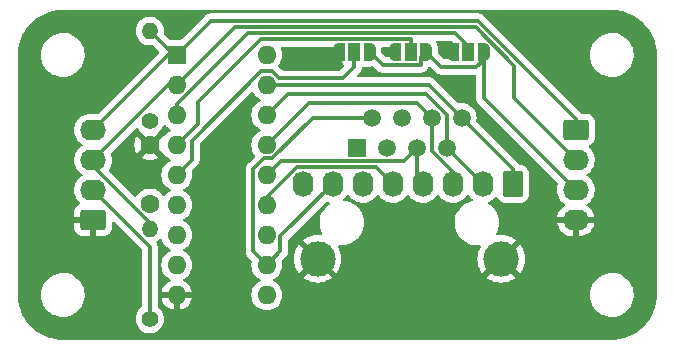
<source format=gtl>
G04 #@! TF.GenerationSoftware,KiCad,Pcbnew,7.0.1*
G04 #@! TF.CreationDate,2023-07-05T13:46:03-05:00*
G04 #@! TF.ProjectId,MCP23008 Keypad Breakout,4d435032-3330-4303-9820-4b6579706164,rev?*
G04 #@! TF.SameCoordinates,Original*
G04 #@! TF.FileFunction,Copper,L1,Top*
G04 #@! TF.FilePolarity,Positive*
%FSLAX46Y46*%
G04 Gerber Fmt 4.6, Leading zero omitted, Abs format (unit mm)*
G04 Created by KiCad (PCBNEW 7.0.1) date 2023-07-05 13:46:03*
%MOMM*%
%LPD*%
G01*
G04 APERTURE LIST*
G04 Aperture macros list*
%AMRoundRect*
0 Rectangle with rounded corners*
0 $1 Rounding radius*
0 $2 $3 $4 $5 $6 $7 $8 $9 X,Y pos of 4 corners*
0 Add a 4 corners polygon primitive as box body*
4,1,4,$2,$3,$4,$5,$6,$7,$8,$9,$2,$3,0*
0 Add four circle primitives for the rounded corners*
1,1,$1+$1,$2,$3*
1,1,$1+$1,$4,$5*
1,1,$1+$1,$6,$7*
1,1,$1+$1,$8,$9*
0 Add four rect primitives between the rounded corners*
20,1,$1+$1,$2,$3,$4,$5,0*
20,1,$1+$1,$4,$5,$6,$7,0*
20,1,$1+$1,$6,$7,$8,$9,0*
20,1,$1+$1,$8,$9,$2,$3,0*%
%AMFreePoly0*
4,1,19,0.550000,-0.750000,0.000000,-0.750000,0.000000,-0.744911,-0.071157,-0.744911,-0.207708,-0.704816,-0.327430,-0.627875,-0.420627,-0.520320,-0.479746,-0.390866,-0.500000,-0.250000,-0.500000,0.250000,-0.479746,0.390866,-0.420627,0.520320,-0.327430,0.627875,-0.207708,0.704816,-0.071157,0.744911,0.000000,0.744911,0.000000,0.750000,0.550000,0.750000,0.550000,-0.750000,0.550000,-0.750000,
$1*%
%AMFreePoly1*
4,1,19,0.000000,0.744911,0.071157,0.744911,0.207708,0.704816,0.327430,0.627875,0.420627,0.520320,0.479746,0.390866,0.500000,0.250000,0.500000,-0.250000,0.479746,-0.390866,0.420627,-0.520320,0.327430,-0.627875,0.207708,-0.704816,0.071157,-0.744911,0.000000,-0.744911,0.000000,-0.750000,-0.550000,-0.750000,-0.550000,0.750000,0.000000,0.750000,0.000000,0.744911,0.000000,0.744911,
$1*%
G04 Aperture macros list end*
G04 #@! TA.AperFunction,ComponentPad*
%ADD10RoundRect,0.250000X-0.845000X0.620000X-0.845000X-0.620000X0.845000X-0.620000X0.845000X0.620000X0*%
G04 #@! TD*
G04 #@! TA.AperFunction,ComponentPad*
%ADD11O,2.190000X1.740000*%
G04 #@! TD*
G04 #@! TA.AperFunction,ComponentPad*
%ADD12RoundRect,0.250000X0.620000X0.845000X-0.620000X0.845000X-0.620000X-0.845000X0.620000X-0.845000X0*%
G04 #@! TD*
G04 #@! TA.AperFunction,ComponentPad*
%ADD13O,1.740000X2.190000*%
G04 #@! TD*
G04 #@! TA.AperFunction,SMDPad,CuDef*
%ADD14FreePoly0,0.000000*%
G04 #@! TD*
G04 #@! TA.AperFunction,SMDPad,CuDef*
%ADD15R,1.000000X1.500000*%
G04 #@! TD*
G04 #@! TA.AperFunction,SMDPad,CuDef*
%ADD16FreePoly1,0.000000*%
G04 #@! TD*
G04 #@! TA.AperFunction,ComponentPad*
%ADD17C,1.400000*%
G04 #@! TD*
G04 #@! TA.AperFunction,ComponentPad*
%ADD18O,1.400000X1.400000*%
G04 #@! TD*
G04 #@! TA.AperFunction,ComponentPad*
%ADD19RoundRect,0.250000X0.845000X-0.620000X0.845000X0.620000X-0.845000X0.620000X-0.845000X-0.620000X0*%
G04 #@! TD*
G04 #@! TA.AperFunction,ComponentPad*
%ADD20R,1.500000X1.500000*%
G04 #@! TD*
G04 #@! TA.AperFunction,ComponentPad*
%ADD21C,1.500000*%
G04 #@! TD*
G04 #@! TA.AperFunction,ComponentPad*
%ADD22C,3.000000*%
G04 #@! TD*
G04 #@! TA.AperFunction,ComponentPad*
%ADD23R,1.600000X1.600000*%
G04 #@! TD*
G04 #@! TA.AperFunction,ComponentPad*
%ADD24O,1.600000X1.600000*%
G04 #@! TD*
G04 #@! TA.AperFunction,ComponentPad*
%ADD25C,1.600000*%
G04 #@! TD*
G04 #@! TA.AperFunction,ViaPad*
%ADD26C,0.800000*%
G04 #@! TD*
G04 #@! TA.AperFunction,Conductor*
%ADD27C,0.300000*%
G04 #@! TD*
G04 APERTURE END LIST*
D10*
X170688000Y-115570000D03*
D11*
X170688000Y-118110000D03*
X170688000Y-120650000D03*
X170688000Y-123190000D03*
D12*
X165354000Y-120142000D03*
D13*
X162814000Y-120142000D03*
X160274000Y-120142000D03*
X157734000Y-120142000D03*
X155194000Y-120142000D03*
X152654000Y-120142000D03*
X150114000Y-120142000D03*
X147574000Y-120142000D03*
D14*
X160274000Y-108966000D03*
D15*
X161574000Y-108966000D03*
D16*
X162874000Y-108966000D03*
D17*
X134620000Y-131572000D03*
D18*
X134620000Y-123952000D03*
D14*
X150622000Y-108966000D03*
D15*
X151922000Y-108966000D03*
D16*
X153222000Y-108966000D03*
D19*
X129814000Y-123190000D03*
D11*
X129814000Y-120650000D03*
X129814000Y-118110000D03*
X129814000Y-115570000D03*
D20*
X152146000Y-117094000D03*
D21*
X153416000Y-114554000D03*
X154686000Y-117094000D03*
X155956000Y-114554000D03*
X157226000Y-117094000D03*
X158496000Y-114554000D03*
X159766000Y-117094000D03*
X161036000Y-114554000D03*
D22*
X148821000Y-126494000D03*
X164361000Y-126494000D03*
D17*
X134620000Y-114808000D03*
D18*
X134620000Y-107188000D03*
D14*
X155418000Y-108966000D03*
D15*
X156718000Y-108966000D03*
D16*
X158018000Y-108966000D03*
D23*
X136906000Y-109220000D03*
D24*
X136906000Y-111760000D03*
X136906000Y-114300000D03*
X136906000Y-116840000D03*
X136906000Y-119380000D03*
X136906000Y-121920000D03*
X136906000Y-124460000D03*
X136906000Y-127000000D03*
X136906000Y-129540000D03*
X144526000Y-129540000D03*
X144526000Y-127000000D03*
X144526000Y-124460000D03*
X144526000Y-121920000D03*
X144526000Y-119380000D03*
X144526000Y-116840000D03*
X144526000Y-114300000D03*
X144526000Y-111760000D03*
X144526000Y-109220000D03*
D25*
X134620000Y-121840000D03*
X134620000Y-116840000D03*
D26*
X153222000Y-108966000D03*
X132334000Y-117602000D03*
X160274000Y-108966000D03*
X150622000Y-108966000D03*
X155448000Y-108966000D03*
D27*
X170688000Y-120650000D02*
X162874000Y-112836000D01*
X158018000Y-108966000D02*
X159288000Y-110236000D01*
X157568000Y-109416000D02*
X158018000Y-108966000D01*
X157568000Y-110066000D02*
X157568000Y-109416000D01*
X155418000Y-108966000D02*
X155448000Y-108966000D01*
X161036000Y-114554000D02*
X165354000Y-118872000D01*
X158242000Y-111760000D02*
X161036000Y-114554000D01*
X144526000Y-111760000D02*
X158242000Y-111760000D01*
X165354000Y-118872000D02*
X165354000Y-120142000D01*
X159766000Y-114268365D02*
X159766000Y-117094000D01*
X158019635Y-112522000D02*
X159766000Y-114268365D01*
X159766000Y-117094000D02*
X162814000Y-120142000D01*
X144526000Y-114300000D02*
X146304000Y-112522000D01*
X146304000Y-112522000D02*
X158019635Y-112522000D01*
X157226000Y-113284000D02*
X158496000Y-114554000D01*
X148082000Y-113284000D02*
X157226000Y-113284000D01*
X158496000Y-114554000D02*
X158496000Y-117379635D01*
X158496000Y-117379635D02*
X160274000Y-119157635D01*
X144526000Y-116840000D02*
X148082000Y-113284000D01*
X160274000Y-119157635D02*
X160274000Y-120142000D01*
X157226000Y-117094000D02*
X157226000Y-119634000D01*
X157226000Y-119634000D02*
X157734000Y-120142000D01*
X145712000Y-118194000D02*
X156126000Y-118194000D01*
X156126000Y-118194000D02*
X157226000Y-117094000D01*
X144526000Y-119380000D02*
X145712000Y-118194000D01*
X147071659Y-118694000D02*
X153746000Y-118694000D01*
X153746000Y-118694000D02*
X155194000Y-120142000D01*
X144526000Y-121920000D02*
X144526000Y-121239659D01*
X144526000Y-121239659D02*
X147071659Y-118694000D01*
X145002346Y-117990000D02*
X148438346Y-114554000D01*
X143376000Y-125850000D02*
X143376000Y-118903654D01*
X145676000Y-124580000D02*
X150114000Y-120142000D01*
X148438346Y-114554000D02*
X153416000Y-114554000D01*
X144526000Y-127000000D02*
X145676000Y-125850000D01*
X143376000Y-118903654D02*
X144289654Y-117990000D01*
X144526000Y-127000000D02*
X143376000Y-125850000D01*
X145676000Y-125850000D02*
X145676000Y-124580000D01*
X144289654Y-117990000D02*
X145002346Y-117990000D01*
X136906000Y-109220000D02*
X136652000Y-109220000D01*
X139760000Y-106366000D02*
X136906000Y-109220000D01*
X136906000Y-109220000D02*
X136164000Y-109220000D01*
X162433189Y-106366000D02*
X139760000Y-106366000D01*
X170688000Y-115570000D02*
X170688000Y-114620811D01*
X136652000Y-109220000D02*
X134620000Y-107188000D01*
X136164000Y-109220000D02*
X129814000Y-115570000D01*
X170688000Y-114620811D02*
X162433189Y-106366000D01*
X165488000Y-112910000D02*
X170688000Y-118110000D01*
X134620000Y-123466346D02*
X134620000Y-123952000D01*
X136164000Y-111760000D02*
X136906000Y-111760000D01*
X165488000Y-110127918D02*
X165488000Y-112910000D01*
X136906000Y-111760000D02*
X141800000Y-106866000D01*
X129814000Y-118110000D02*
X129814000Y-118660346D01*
X129814000Y-118660346D02*
X134620000Y-123466346D01*
X141800000Y-106866000D02*
X162226082Y-106866000D01*
X162226082Y-106866000D02*
X165488000Y-110127918D01*
X129814000Y-118110000D02*
X136164000Y-111760000D01*
X144049654Y-110610000D02*
X138176000Y-116483654D01*
X145593173Y-111200827D02*
X145002346Y-110610000D01*
X150982149Y-111200827D02*
X151922000Y-110260976D01*
X151922000Y-110260976D02*
X151922000Y-108966000D01*
X145002346Y-110610000D02*
X144049654Y-110610000D01*
X138176000Y-118110000D02*
X136906000Y-119380000D01*
X138176000Y-116483654D02*
X138176000Y-118110000D01*
X145593173Y-111200827D02*
X150982149Y-111200827D01*
X162874000Y-108966000D02*
X162874000Y-109616000D01*
X162254000Y-110236000D02*
X159288000Y-110236000D01*
X134620000Y-125456000D02*
X134620000Y-131572000D01*
X154322000Y-110066000D02*
X153222000Y-108966000D01*
X162874000Y-109616000D02*
X162254000Y-110236000D01*
X162874000Y-112836000D02*
X162874000Y-108966000D01*
X157568000Y-110066000D02*
X154322000Y-110066000D01*
X129814000Y-120650000D02*
X134620000Y-125456000D01*
X138684000Y-115062000D02*
X138684000Y-113195654D01*
X156668000Y-107866000D02*
X156718000Y-107916000D01*
X138684000Y-113195654D02*
X144013654Y-107866000D01*
X144013654Y-107866000D02*
X156668000Y-107866000D01*
X136906000Y-116840000D02*
X138684000Y-115062000D01*
X156718000Y-107916000D02*
X156718000Y-108966000D01*
X160468976Y-107366000D02*
X142926346Y-107366000D01*
X161574000Y-108966000D02*
X161574000Y-108471024D01*
X142926346Y-107366000D02*
X136906000Y-113386346D01*
X136906000Y-113386346D02*
X136906000Y-114300000D01*
X161574000Y-108471024D02*
X160468976Y-107366000D01*
G04 #@! TA.AperFunction,Conductor*
G36*
X135897248Y-115153592D02*
G01*
X135952374Y-115185560D01*
X136010342Y-115243528D01*
X136066863Y-115300049D01*
X136234838Y-115417665D01*
X136253266Y-115430568D01*
X136311275Y-115457618D01*
X136363450Y-115503375D01*
X136382869Y-115570000D01*
X136363450Y-115636625D01*
X136311275Y-115682382D01*
X136253263Y-115709433D01*
X136066859Y-115839953D01*
X135905955Y-116000857D01*
X135860076Y-116066380D01*
X135810906Y-116107638D01*
X135747694Y-116118784D01*
X135699025Y-116114526D01*
X134973553Y-116840000D01*
X134973553Y-116840001D01*
X135699025Y-117565472D01*
X135747692Y-117561214D01*
X135810904Y-117572360D01*
X135860075Y-117613619D01*
X135905952Y-117679139D01*
X136066859Y-117840046D01*
X136202890Y-117935295D01*
X136253266Y-117970568D01*
X136311275Y-117997618D01*
X136363450Y-118043375D01*
X136382869Y-118110000D01*
X136363450Y-118176625D01*
X136311275Y-118222382D01*
X136253263Y-118249433D01*
X136066859Y-118379953D01*
X135905953Y-118540859D01*
X135775432Y-118727264D01*
X135679261Y-118933502D01*
X135620364Y-119153310D01*
X135600531Y-119379999D01*
X135620364Y-119606689D01*
X135679261Y-119826497D01*
X135775432Y-120032735D01*
X135905953Y-120219140D01*
X136066859Y-120380046D01*
X136202890Y-120475295D01*
X136253266Y-120510568D01*
X136311273Y-120537617D01*
X136363449Y-120583373D01*
X136382869Y-120649997D01*
X136363451Y-120716622D01*
X136311276Y-120762380D01*
X136253266Y-120789431D01*
X136066860Y-120919953D01*
X135905954Y-121080859D01*
X135892582Y-121099957D01*
X135848264Y-121138822D01*
X135791007Y-121152832D01*
X135733750Y-121138821D01*
X135689433Y-121099955D01*
X135620046Y-121000859D01*
X135459140Y-120839953D01*
X135272735Y-120709432D01*
X135066497Y-120613261D01*
X134846689Y-120554364D01*
X134620000Y-120534531D01*
X134393310Y-120554364D01*
X134173502Y-120613261D01*
X133967264Y-120709432D01*
X133780859Y-120839953D01*
X133619953Y-121000859D01*
X133483210Y-121196152D01*
X133481633Y-121195048D01*
X133454689Y-121228619D01*
X133400735Y-121252358D01*
X133341916Y-121248503D01*
X133291523Y-121217923D01*
X131155896Y-119082296D01*
X131125538Y-119032599D01*
X131121216Y-118974523D01*
X131143878Y-118920887D01*
X131210240Y-118831161D01*
X131315270Y-118622847D01*
X131383583Y-118399780D01*
X131413216Y-118168376D01*
X131403314Y-117935293D01*
X131399808Y-117919026D01*
X133894526Y-117919026D01*
X133967515Y-117970133D01*
X134173673Y-118066266D01*
X134393397Y-118125141D01*
X134620000Y-118144966D01*
X134846602Y-118125141D01*
X135066326Y-118066266D01*
X135272480Y-117970134D01*
X135345472Y-117919025D01*
X134620001Y-117193553D01*
X134620000Y-117193553D01*
X133894526Y-117919025D01*
X133894526Y-117919026D01*
X131399808Y-117919026D01*
X131354164Y-117707235D01*
X131322367Y-117628107D01*
X131313430Y-117581002D01*
X131323034Y-117534022D01*
X131349743Y-117494201D01*
X132003944Y-116840000D01*
X133315033Y-116840000D01*
X133334858Y-117066602D01*
X133393733Y-117286326D01*
X133489866Y-117492484D01*
X133540972Y-117565471D01*
X133540974Y-117565472D01*
X134266446Y-116840001D01*
X134266446Y-116840000D01*
X133540973Y-116114526D01*
X133540973Y-116114527D01*
X133489865Y-116187516D01*
X133393733Y-116393672D01*
X133334858Y-116613397D01*
X133315033Y-116840000D01*
X132003944Y-116840000D01*
X133410849Y-115433095D01*
X133472001Y-115399649D01*
X133541536Y-115404476D01*
X133597479Y-115446049D01*
X133673113Y-115546204D01*
X133729020Y-115620238D01*
X133778278Y-115665142D01*
X133893438Y-115770124D01*
X133908093Y-115779198D01*
X133908098Y-115779201D01*
X133930500Y-115796946D01*
X134620000Y-116486446D01*
X134620001Y-116486446D01*
X135309497Y-115796947D01*
X135331898Y-115779203D01*
X135346562Y-115770124D01*
X135510981Y-115620236D01*
X135645058Y-115442689D01*
X135744229Y-115243528D01*
X135745427Y-115239314D01*
X135778028Y-115184559D01*
X135833521Y-115153225D01*
X135897248Y-115153592D01*
G37*
G04 #@! TD.AperFunction*
G04 #@! TA.AperFunction,Conductor*
G36*
X150859500Y-108533113D02*
G01*
X150904887Y-108578500D01*
X150921500Y-108640500D01*
X150921500Y-109763869D01*
X150927909Y-109823484D01*
X150978204Y-109958332D01*
X151053589Y-110059034D01*
X151076605Y-110112781D01*
X151072434Y-110171100D01*
X151042003Y-110221025D01*
X150749019Y-110514010D01*
X150708794Y-110540888D01*
X150661341Y-110550327D01*
X145913981Y-110550327D01*
X145866528Y-110540888D01*
X145826300Y-110514008D01*
X145535944Y-110223652D01*
X145505919Y-110174975D01*
X145500934Y-110118000D01*
X145522050Y-110064848D01*
X145656567Y-109872735D01*
X145656568Y-109872734D01*
X145752739Y-109666496D01*
X145811635Y-109446692D01*
X145831468Y-109220000D01*
X145811635Y-108993308D01*
X145752739Y-108773504D01*
X145715155Y-108692905D01*
X145703802Y-108632390D01*
X145722956Y-108573875D01*
X145767894Y-108531786D01*
X145827537Y-108516500D01*
X150797500Y-108516500D01*
X150859500Y-108533113D01*
G37*
G04 #@! TD.AperFunction*
G04 #@! TA.AperFunction,Conductor*
G36*
X160195621Y-108025939D02*
G01*
X160235849Y-108052819D01*
X160537181Y-108354151D01*
X160564061Y-108394379D01*
X160573500Y-108441832D01*
X160573500Y-108976000D01*
X160573501Y-109461500D01*
X160556888Y-109523500D01*
X160511501Y-109568887D01*
X160449501Y-109585500D01*
X159608808Y-109585500D01*
X159561355Y-109576061D01*
X159521127Y-109549181D01*
X159059966Y-109088020D01*
X159033086Y-109047792D01*
X159023647Y-109000339D01*
X159023647Y-108792320D01*
X159023963Y-108783473D01*
X159028789Y-108715999D01*
X159023642Y-108644039D01*
X159005304Y-108516500D01*
X159003180Y-108501723D01*
X158987844Y-108431227D01*
X158962632Y-108363630D01*
X158912301Y-108253421D01*
X158902903Y-108232842D01*
X158886641Y-108207538D01*
X158867036Y-108144925D01*
X158882125Y-108081073D01*
X158927684Y-108033858D01*
X158990957Y-108016500D01*
X160148168Y-108016500D01*
X160195621Y-108025939D01*
G37*
G04 #@! TD.AperFunction*
G04 #@! TA.AperFunction,Conductor*
G36*
X155655500Y-108533113D02*
G01*
X155700887Y-108578500D01*
X155717500Y-108640500D01*
X155717501Y-109291500D01*
X155700888Y-109353500D01*
X155655501Y-109398887D01*
X155593501Y-109415500D01*
X154642808Y-109415500D01*
X154595355Y-109406061D01*
X154555127Y-109379181D01*
X154263966Y-109088020D01*
X154237086Y-109047792D01*
X154227647Y-109000339D01*
X154227647Y-108792320D01*
X154227963Y-108783473D01*
X154232789Y-108715999D01*
X154228022Y-108649346D01*
X154241490Y-108583680D01*
X154287168Y-108534619D01*
X154351706Y-108516500D01*
X155593500Y-108516500D01*
X155655500Y-108533113D01*
G37*
G04 #@! TD.AperFunction*
G04 #@! TA.AperFunction,Conductor*
G36*
X173739032Y-105410649D02*
G01*
X173741828Y-105410786D01*
X173888663Y-105417999D01*
X174111097Y-105429658D01*
X174122757Y-105430825D01*
X174298923Y-105456957D01*
X174299840Y-105457098D01*
X174493424Y-105487758D01*
X174504111Y-105489938D01*
X174681944Y-105534483D01*
X174683696Y-105534938D01*
X174867842Y-105584279D01*
X174877513Y-105587301D01*
X175052097Y-105649768D01*
X175054743Y-105650748D01*
X175230560Y-105718238D01*
X175239091Y-105721886D01*
X175407811Y-105801685D01*
X175410954Y-105803228D01*
X175577803Y-105888242D01*
X175585239Y-105892359D01*
X175745823Y-105988610D01*
X175749530Y-105990923D01*
X175906016Y-106092546D01*
X175912337Y-106096937D01*
X176062991Y-106208669D01*
X176067161Y-106211901D01*
X176211861Y-106329077D01*
X176217098Y-106333565D01*
X176356185Y-106459626D01*
X176360593Y-106463823D01*
X176492175Y-106595405D01*
X176496372Y-106599813D01*
X176622433Y-106738900D01*
X176626921Y-106744137D01*
X176744097Y-106888837D01*
X176747329Y-106893007D01*
X176859061Y-107043661D01*
X176863458Y-107049991D01*
X176965057Y-107206439D01*
X176967406Y-107210204D01*
X177063634Y-107370751D01*
X177067761Y-107378205D01*
X177152750Y-107545005D01*
X177154341Y-107548245D01*
X177234097Y-107716873D01*
X177237766Y-107725453D01*
X177305243Y-107901238D01*
X177306230Y-107903901D01*
X177368697Y-108078485D01*
X177371721Y-108088165D01*
X177421033Y-108272198D01*
X177421542Y-108274162D01*
X177466055Y-108451866D01*
X177468244Y-108462598D01*
X177498874Y-108655991D01*
X177499059Y-108657194D01*
X177525170Y-108833220D01*
X177526342Y-108844925D01*
X177537992Y-109067222D01*
X177537889Y-109067227D01*
X177538014Y-109067627D01*
X177545351Y-109216967D01*
X177545500Y-109223052D01*
X177545500Y-129536948D01*
X177545351Y-129543033D01*
X177538017Y-129692303D01*
X177537996Y-129692708D01*
X177526342Y-129915073D01*
X177525170Y-129926778D01*
X177499059Y-130102804D01*
X177498874Y-130104007D01*
X177468244Y-130297400D01*
X177466055Y-130308132D01*
X177421542Y-130485836D01*
X177421033Y-130487800D01*
X177371721Y-130671833D01*
X177368697Y-130681513D01*
X177306230Y-130856097D01*
X177305243Y-130858760D01*
X177237766Y-131034545D01*
X177234097Y-131043125D01*
X177154360Y-131211715D01*
X177152750Y-131214993D01*
X177067761Y-131381793D01*
X177063634Y-131389247D01*
X176967406Y-131549794D01*
X176965043Y-131553581D01*
X176863458Y-131710007D01*
X176859061Y-131716337D01*
X176747329Y-131866991D01*
X176744097Y-131871161D01*
X176626921Y-132015861D01*
X176622433Y-132021098D01*
X176496372Y-132160185D01*
X176492175Y-132164593D01*
X176360593Y-132296175D01*
X176356185Y-132300372D01*
X176217098Y-132426433D01*
X176211861Y-132430921D01*
X176067161Y-132548097D01*
X176062991Y-132551329D01*
X175912337Y-132663061D01*
X175906007Y-132667458D01*
X175749581Y-132769043D01*
X175745794Y-132771406D01*
X175585247Y-132867634D01*
X175577793Y-132871761D01*
X175410993Y-132956750D01*
X175407715Y-132958360D01*
X175239125Y-133038097D01*
X175230545Y-133041766D01*
X175054760Y-133109243D01*
X175052097Y-133110230D01*
X174877513Y-133172697D01*
X174867833Y-133175721D01*
X174683800Y-133225033D01*
X174681836Y-133225542D01*
X174504132Y-133270055D01*
X174493400Y-133272244D01*
X174300007Y-133302874D01*
X174298804Y-133303059D01*
X174122778Y-133329170D01*
X174111073Y-133330342D01*
X173888708Y-133341996D01*
X173888303Y-133342017D01*
X173739033Y-133349351D01*
X173732948Y-133349500D01*
X127257052Y-133349500D01*
X127250967Y-133349351D01*
X127101695Y-133342017D01*
X127101290Y-133341996D01*
X126878925Y-133330342D01*
X126867220Y-133329170D01*
X126691194Y-133303059D01*
X126689991Y-133302874D01*
X126496598Y-133272244D01*
X126485866Y-133270055D01*
X126308162Y-133225542D01*
X126306198Y-133225033D01*
X126122165Y-133175721D01*
X126112485Y-133172697D01*
X125937901Y-133110230D01*
X125935238Y-133109243D01*
X125759453Y-133041766D01*
X125750883Y-133038101D01*
X125582245Y-132958341D01*
X125579005Y-132956750D01*
X125412205Y-132871761D01*
X125404751Y-132867634D01*
X125244204Y-132771406D01*
X125240439Y-132769057D01*
X125083991Y-132667458D01*
X125077661Y-132663061D01*
X124927007Y-132551329D01*
X124922837Y-132548097D01*
X124778137Y-132430921D01*
X124772900Y-132426433D01*
X124633813Y-132300372D01*
X124629405Y-132296175D01*
X124497823Y-132164593D01*
X124493626Y-132160185D01*
X124367565Y-132021098D01*
X124363077Y-132015861D01*
X124245901Y-131871161D01*
X124242669Y-131866991D01*
X124130937Y-131716337D01*
X124126540Y-131710007D01*
X124024923Y-131553530D01*
X124022610Y-131549823D01*
X123926359Y-131389239D01*
X123922237Y-131381793D01*
X123906577Y-131351058D01*
X123837228Y-131214954D01*
X123835685Y-131211811D01*
X123755886Y-131043091D01*
X123752238Y-131034560D01*
X123684748Y-130858743D01*
X123683768Y-130856097D01*
X123621301Y-130681513D01*
X123618277Y-130671833D01*
X123617822Y-130670134D01*
X123568938Y-130487696D01*
X123568483Y-130485944D01*
X123523938Y-130308111D01*
X123521758Y-130297424D01*
X123491098Y-130103840D01*
X123490957Y-130102923D01*
X123464825Y-129926757D01*
X123463658Y-129915097D01*
X123451999Y-129692663D01*
X123447829Y-129607764D01*
X125399787Y-129607764D01*
X125429413Y-129877016D01*
X125463998Y-130009304D01*
X125497928Y-130139088D01*
X125565214Y-130297424D01*
X125603871Y-130388392D01*
X125744982Y-130619611D01*
X125918253Y-130827818D01*
X125918255Y-130827820D01*
X126119998Y-131008582D01*
X126345910Y-131158044D01*
X126452211Y-131207876D01*
X126591177Y-131273021D01*
X126848581Y-131350462D01*
X126850569Y-131351060D01*
X127118561Y-131390500D01*
X127321631Y-131390500D01*
X127321634Y-131390500D01*
X127524156Y-131375677D01*
X127524156Y-131375676D01*
X127788553Y-131316780D01*
X128041558Y-131220014D01*
X128277777Y-131087441D01*
X128492177Y-130921888D01*
X128680186Y-130726881D01*
X128837799Y-130506579D01*
X128961656Y-130265675D01*
X129049118Y-130009305D01*
X129098319Y-129742933D01*
X129108212Y-129472235D01*
X129078586Y-129202982D01*
X129010072Y-128940912D01*
X128904130Y-128691610D01*
X128763018Y-128460390D01*
X128763017Y-128460388D01*
X128589746Y-128252181D01*
X128484758Y-128158112D01*
X128388002Y-128071418D01*
X128162090Y-127921956D01*
X128162086Y-127921954D01*
X127916822Y-127806978D01*
X127657437Y-127728941D01*
X127657431Y-127728940D01*
X127389439Y-127689500D01*
X127186369Y-127689500D01*
X127186366Y-127689500D01*
X126983843Y-127704322D01*
X126719449Y-127763219D01*
X126466441Y-127859986D01*
X126230223Y-127992559D01*
X126015825Y-128158109D01*
X125827813Y-128353120D01*
X125670201Y-128573420D01*
X125546342Y-128814329D01*
X125458881Y-129070695D01*
X125409680Y-129337066D01*
X125399787Y-129607764D01*
X123447829Y-129607764D01*
X123444649Y-129543032D01*
X123444500Y-129536949D01*
X123444500Y-123440000D01*
X128219001Y-123440000D01*
X128219001Y-123859979D01*
X128229493Y-123962695D01*
X128284642Y-124129122D01*
X128376683Y-124278345D01*
X128500654Y-124402316D01*
X128649877Y-124494357D01*
X128816303Y-124549506D01*
X128919021Y-124560000D01*
X129564000Y-124560000D01*
X129564000Y-123440000D01*
X128219001Y-123440000D01*
X123444500Y-123440000D01*
X123444500Y-120591627D01*
X128214784Y-120591627D01*
X128224685Y-120824704D01*
X128273836Y-121052767D01*
X128360819Y-121269231D01*
X128360821Y-121269235D01*
X128483138Y-121467891D01*
X128595165Y-121595179D01*
X128637270Y-121643019D01*
X128677230Y-121675285D01*
X128715557Y-121728546D01*
X128721337Y-121793908D01*
X128692953Y-121853069D01*
X128660256Y-121874861D01*
X128662213Y-121878034D01*
X128500654Y-121977683D01*
X128376683Y-122101654D01*
X128284642Y-122250877D01*
X128229493Y-122417303D01*
X128219000Y-122520021D01*
X128219000Y-122940000D01*
X129940000Y-122940000D01*
X130002000Y-122956613D01*
X130047387Y-123002000D01*
X130064000Y-123064000D01*
X130064000Y-124559999D01*
X130708979Y-124559999D01*
X130811695Y-124549506D01*
X130978122Y-124494357D01*
X131127345Y-124402316D01*
X131251316Y-124278345D01*
X131343357Y-124129122D01*
X131398506Y-123962696D01*
X131408999Y-123859979D01*
X131408999Y-123464307D01*
X131422514Y-123408012D01*
X131460113Y-123363989D01*
X131513601Y-123341834D01*
X131571317Y-123346376D01*
X131620680Y-123376626D01*
X133933181Y-125689127D01*
X133960061Y-125729355D01*
X133969500Y-125776808D01*
X133969500Y-130493713D01*
X133953829Y-130554052D01*
X133910777Y-130599140D01*
X133893437Y-130609876D01*
X133729019Y-130759762D01*
X133594941Y-130937311D01*
X133495769Y-131136473D01*
X133434885Y-131350462D01*
X133414357Y-131572000D01*
X133434885Y-131793537D01*
X133495769Y-132007526D01*
X133594941Y-132206688D01*
X133729019Y-132384237D01*
X133893437Y-132534124D01*
X134082595Y-132651245D01*
X134082597Y-132651245D01*
X134082599Y-132651247D01*
X134290060Y-132731618D01*
X134508757Y-132772500D01*
X134731241Y-132772500D01*
X134731243Y-132772500D01*
X134949940Y-132731618D01*
X135157401Y-132651247D01*
X135346562Y-132534124D01*
X135510981Y-132384236D01*
X135645058Y-132206689D01*
X135744229Y-132007528D01*
X135805115Y-131793536D01*
X135825643Y-131572000D01*
X135805115Y-131350464D01*
X135767999Y-131220014D01*
X135744230Y-131136473D01*
X135645058Y-130937311D01*
X135510980Y-130759762D01*
X135346562Y-130609876D01*
X135329223Y-130599140D01*
X135286171Y-130554052D01*
X135270500Y-130493713D01*
X135270500Y-129790000D01*
X135627128Y-129790000D01*
X135679733Y-129986326D01*
X135775865Y-130192480D01*
X135906341Y-130378819D01*
X136067180Y-130539658D01*
X136253519Y-130670134D01*
X136459673Y-130766266D01*
X136655999Y-130818871D01*
X136656000Y-130818872D01*
X136656000Y-129790000D01*
X137156000Y-129790000D01*
X137156000Y-130818871D01*
X137352326Y-130766266D01*
X137558480Y-130670134D01*
X137744819Y-130539658D01*
X137905658Y-130378819D01*
X138036134Y-130192480D01*
X138132266Y-129986326D01*
X138184872Y-129790000D01*
X137156000Y-129790000D01*
X136656000Y-129790000D01*
X135627128Y-129790000D01*
X135270500Y-129790000D01*
X135270500Y-125541504D01*
X135272841Y-125520294D01*
X135270561Y-125447737D01*
X135270500Y-125443842D01*
X135270500Y-125415081D01*
X135270500Y-125415075D01*
X135269946Y-125410695D01*
X135269030Y-125399054D01*
X135267597Y-125353430D01*
X135261675Y-125333047D01*
X135257732Y-125314010D01*
X135255071Y-125292942D01*
X135238266Y-125250498D01*
X135234481Y-125239444D01*
X135221744Y-125195602D01*
X135221744Y-125195601D01*
X135210934Y-125177322D01*
X135202382Y-125159867D01*
X135194568Y-125140129D01*
X135194565Y-125140125D01*
X135190818Y-125130660D01*
X135182585Y-125074180D01*
X135200524Y-125019995D01*
X135240832Y-124979588D01*
X135346562Y-124914124D01*
X135465014Y-124806140D01*
X135520624Y-124776964D01*
X135583400Y-124778776D01*
X135637237Y-124811114D01*
X135668324Y-124865683D01*
X135679259Y-124906493D01*
X135775432Y-125112735D01*
X135905953Y-125299140D01*
X136066859Y-125460046D01*
X136253263Y-125590566D01*
X136253266Y-125590568D01*
X136311275Y-125617618D01*
X136363450Y-125663375D01*
X136382869Y-125730000D01*
X136363450Y-125796625D01*
X136311275Y-125842382D01*
X136253263Y-125869433D01*
X136066859Y-125999953D01*
X135905953Y-126160859D01*
X135775432Y-126347264D01*
X135679261Y-126553502D01*
X135620364Y-126773310D01*
X135600531Y-126999999D01*
X135620364Y-127226689D01*
X135679261Y-127446497D01*
X135775432Y-127652735D01*
X135905953Y-127839140D01*
X136066859Y-128000046D01*
X136253264Y-128130567D01*
X136253265Y-128130567D01*
X136253266Y-128130568D01*
X136311865Y-128157893D01*
X136364040Y-128203650D01*
X136383460Y-128270274D01*
X136364041Y-128336899D01*
X136311866Y-128382656D01*
X136253522Y-128409863D01*
X136067180Y-128540341D01*
X135906341Y-128701180D01*
X135775865Y-128887519D01*
X135679733Y-129093673D01*
X135627128Y-129289999D01*
X135627128Y-129290000D01*
X138184872Y-129290000D01*
X138184871Y-129289999D01*
X138132266Y-129093673D01*
X138036134Y-128887519D01*
X137905658Y-128701180D01*
X137744819Y-128540341D01*
X137558482Y-128409866D01*
X137500133Y-128382657D01*
X137447958Y-128336899D01*
X137428539Y-128270274D01*
X137447959Y-128203649D01*
X137500134Y-128157893D01*
X137558734Y-128130568D01*
X137745139Y-128000047D01*
X137906047Y-127839139D01*
X138036568Y-127652734D01*
X138132739Y-127446496D01*
X138191635Y-127226692D01*
X138211468Y-127000000D01*
X138191635Y-126773308D01*
X138132739Y-126553504D01*
X138036568Y-126347266D01*
X138028539Y-126335800D01*
X137906046Y-126160859D01*
X137745140Y-125999953D01*
X137558733Y-125869431D01*
X137500725Y-125842382D01*
X137448549Y-125796625D01*
X137429129Y-125730000D01*
X137448549Y-125663375D01*
X137500725Y-125617618D01*
X137558734Y-125590568D01*
X137745139Y-125460047D01*
X137906047Y-125299139D01*
X138036568Y-125112734D01*
X138132739Y-124906496D01*
X138191635Y-124686692D01*
X138211468Y-124460000D01*
X138191635Y-124233308D01*
X138132739Y-124013504D01*
X138036568Y-123807266D01*
X138021377Y-123785571D01*
X137906046Y-123620859D01*
X137745140Y-123459953D01*
X137558732Y-123329430D01*
X137500724Y-123302380D01*
X137448549Y-123256623D01*
X137429130Y-123189997D01*
X137448550Y-123123373D01*
X137500721Y-123077619D01*
X137558734Y-123050568D01*
X137745139Y-122920047D01*
X137906047Y-122759139D01*
X138036568Y-122572734D01*
X138132739Y-122366496D01*
X138191635Y-122146692D01*
X138211468Y-121920000D01*
X138191635Y-121693308D01*
X138132739Y-121473504D01*
X138036568Y-121267266D01*
X138026129Y-121252358D01*
X137906046Y-121080859D01*
X137745140Y-120919953D01*
X137558733Y-120789431D01*
X137500725Y-120762382D01*
X137448549Y-120716625D01*
X137429129Y-120650000D01*
X137448549Y-120583375D01*
X137500725Y-120537618D01*
X137558734Y-120510568D01*
X137745139Y-120380047D01*
X137906047Y-120219139D01*
X138036568Y-120032734D01*
X138132739Y-119826496D01*
X138191635Y-119606692D01*
X138211468Y-119380000D01*
X138191635Y-119153308D01*
X138180790Y-119112834D01*
X138180790Y-119048648D01*
X138212882Y-118993062D01*
X138575513Y-118630431D01*
X138592162Y-118617094D01*
X138593936Y-118615204D01*
X138593940Y-118615202D01*
X138641898Y-118564130D01*
X138644546Y-118561398D01*
X138664911Y-118541035D01*
X138667611Y-118537552D01*
X138675187Y-118528681D01*
X138706448Y-118495393D01*
X138716675Y-118476787D01*
X138727348Y-118460539D01*
X138740362Y-118443764D01*
X138758495Y-118401857D01*
X138763625Y-118391387D01*
X138785627Y-118351368D01*
X138790903Y-118330813D01*
X138797206Y-118312402D01*
X138805635Y-118292927D01*
X138812777Y-118247825D01*
X138815140Y-118236418D01*
X138826500Y-118192177D01*
X138826500Y-118170949D01*
X138828027Y-118151550D01*
X138829070Y-118144966D01*
X138831346Y-118130595D01*
X138827050Y-118085148D01*
X138826500Y-118073479D01*
X138826500Y-116804462D01*
X138835939Y-116757009D01*
X138862819Y-116716781D01*
X139942975Y-115636625D01*
X143197524Y-112382074D01*
X143247912Y-112351497D01*
X143306729Y-112347640D01*
X143360682Y-112371375D01*
X143387634Y-112404950D01*
X143389210Y-112403848D01*
X143525953Y-112599140D01*
X143686859Y-112760046D01*
X143853783Y-112876926D01*
X143873266Y-112890568D01*
X143931275Y-112917618D01*
X143983450Y-112963375D01*
X144002869Y-113030000D01*
X143983450Y-113096625D01*
X143931275Y-113142381D01*
X143915105Y-113149922D01*
X143873263Y-113169433D01*
X143686859Y-113299953D01*
X143525953Y-113460859D01*
X143395432Y-113647264D01*
X143299261Y-113853502D01*
X143240364Y-114073310D01*
X143220531Y-114299999D01*
X143240364Y-114526689D01*
X143299261Y-114746497D01*
X143395432Y-114952735D01*
X143525953Y-115139140D01*
X143686859Y-115300046D01*
X143836002Y-115404476D01*
X143873266Y-115430568D01*
X143931275Y-115457618D01*
X143983450Y-115503375D01*
X144002869Y-115570000D01*
X143983450Y-115636625D01*
X143931275Y-115682382D01*
X143873263Y-115709433D01*
X143686859Y-115839953D01*
X143525953Y-116000859D01*
X143395432Y-116187264D01*
X143299261Y-116393502D01*
X143240364Y-116613310D01*
X143220531Y-116839999D01*
X143240364Y-117066689D01*
X143299261Y-117286497D01*
X143395432Y-117492735D01*
X143529949Y-117684848D01*
X143551065Y-117738000D01*
X143546080Y-117794975D01*
X143516055Y-117843652D01*
X142976485Y-118383221D01*
X142959833Y-118396562D01*
X142910133Y-118449487D01*
X142907427Y-118452280D01*
X142887083Y-118472625D01*
X142884376Y-118476114D01*
X142876807Y-118484975D01*
X142845551Y-118518261D01*
X142835322Y-118536866D01*
X142824645Y-118553121D01*
X142811636Y-118569892D01*
X142793506Y-118611786D01*
X142788370Y-118622270D01*
X142766372Y-118662286D01*
X142761091Y-118682853D01*
X142754791Y-118701254D01*
X142746364Y-118720728D01*
X142739223Y-118765815D01*
X142736855Y-118777247D01*
X142728838Y-118808478D01*
X142725500Y-118821478D01*
X142725500Y-118842699D01*
X142723973Y-118862098D01*
X142720653Y-118883057D01*
X142724950Y-118928515D01*
X142725500Y-118940184D01*
X142725500Y-125764495D01*
X142723158Y-125785704D01*
X142725439Y-125858262D01*
X142725500Y-125862157D01*
X142725500Y-125890926D01*
X142726053Y-125895307D01*
X142726968Y-125906940D01*
X142728402Y-125952569D01*
X142734323Y-125972950D01*
X142738267Y-125991995D01*
X142740928Y-126013059D01*
X142757737Y-126055515D01*
X142761520Y-126066563D01*
X142774256Y-126110400D01*
X142785061Y-126128670D01*
X142793621Y-126146143D01*
X142801431Y-126165869D01*
X142828267Y-126202808D01*
X142834673Y-126212560D01*
X142857919Y-126251865D01*
X142857921Y-126251866D01*
X142857921Y-126251867D01*
X142872925Y-126266871D01*
X142885564Y-126281669D01*
X142898037Y-126298837D01*
X142933212Y-126327936D01*
X142941854Y-126335800D01*
X143219115Y-126613061D01*
X143251209Y-126668648D01*
X143251209Y-126732834D01*
X143240364Y-126773307D01*
X143220531Y-127000000D01*
X143240364Y-127226689D01*
X143299261Y-127446497D01*
X143395432Y-127652735D01*
X143525953Y-127839140D01*
X143686859Y-128000046D01*
X143792642Y-128074115D01*
X143873266Y-128130568D01*
X143931273Y-128157617D01*
X143983449Y-128203373D01*
X144002869Y-128269997D01*
X143983451Y-128336622D01*
X143931276Y-128382380D01*
X143873266Y-128409431D01*
X143686859Y-128539953D01*
X143525953Y-128700859D01*
X143395432Y-128887264D01*
X143299261Y-129093502D01*
X143240364Y-129313310D01*
X143220531Y-129539999D01*
X143240364Y-129766689D01*
X143299261Y-129986497D01*
X143395432Y-130192735D01*
X143525953Y-130379140D01*
X143686859Y-130540046D01*
X143873264Y-130670567D01*
X143873265Y-130670567D01*
X143873266Y-130670568D01*
X144079504Y-130766739D01*
X144299308Y-130825635D01*
X144526000Y-130845468D01*
X144752692Y-130825635D01*
X144972496Y-130766739D01*
X145178734Y-130670568D01*
X145365139Y-130540047D01*
X145526047Y-130379139D01*
X145656568Y-130192734D01*
X145752739Y-129986496D01*
X145811635Y-129766692D01*
X145825539Y-129607764D01*
X171881787Y-129607764D01*
X171911413Y-129877016D01*
X171945998Y-130009304D01*
X171979928Y-130139088D01*
X172047214Y-130297424D01*
X172085871Y-130388392D01*
X172226982Y-130619611D01*
X172400253Y-130827818D01*
X172400255Y-130827820D01*
X172601998Y-131008582D01*
X172827910Y-131158044D01*
X172934211Y-131207876D01*
X173073177Y-131273021D01*
X173330581Y-131350462D01*
X173332569Y-131351060D01*
X173600561Y-131390500D01*
X173803631Y-131390500D01*
X173803634Y-131390500D01*
X174006156Y-131375677D01*
X174006156Y-131375676D01*
X174270553Y-131316780D01*
X174523558Y-131220014D01*
X174759777Y-131087441D01*
X174974177Y-130921888D01*
X175162186Y-130726881D01*
X175319799Y-130506579D01*
X175443656Y-130265675D01*
X175531118Y-130009305D01*
X175580319Y-129742933D01*
X175590212Y-129472235D01*
X175560586Y-129202982D01*
X175492072Y-128940912D01*
X175386130Y-128691610D01*
X175245018Y-128460390D01*
X175245017Y-128460388D01*
X175071746Y-128252181D01*
X174966758Y-128158112D01*
X174870002Y-128071418D01*
X174644090Y-127921956D01*
X174644086Y-127921954D01*
X174398822Y-127806978D01*
X174139437Y-127728941D01*
X174139431Y-127728940D01*
X173871439Y-127689500D01*
X173668369Y-127689500D01*
X173668366Y-127689500D01*
X173465843Y-127704322D01*
X173201449Y-127763219D01*
X172948441Y-127859986D01*
X172712223Y-127992559D01*
X172497825Y-128158109D01*
X172309813Y-128353120D01*
X172152201Y-128573420D01*
X172028342Y-128814329D01*
X171940881Y-129070695D01*
X171891680Y-129337066D01*
X171881787Y-129607764D01*
X145825539Y-129607764D01*
X145831468Y-129540000D01*
X145811635Y-129313308D01*
X145752739Y-129093504D01*
X145656568Y-128887266D01*
X145605497Y-128814329D01*
X145526046Y-128700859D01*
X145365140Y-128539953D01*
X145178733Y-128409431D01*
X145120725Y-128382382D01*
X145068549Y-128336625D01*
X145049129Y-128270000D01*
X145068549Y-128203375D01*
X145120725Y-128157618D01*
X145178734Y-128130568D01*
X145259358Y-128074115D01*
X147594436Y-128074115D01*
X147736958Y-128180806D01*
X147988047Y-128317911D01*
X148256097Y-128417888D01*
X148535642Y-128478699D01*
X148821000Y-128499109D01*
X149106357Y-128478699D01*
X149385902Y-128417888D01*
X149653952Y-128317911D01*
X149905041Y-128180806D01*
X150047562Y-128074115D01*
X163134436Y-128074115D01*
X163276958Y-128180806D01*
X163528047Y-128317911D01*
X163796097Y-128417888D01*
X164075642Y-128478699D01*
X164361000Y-128499109D01*
X164646357Y-128478699D01*
X164925902Y-128417888D01*
X165193952Y-128317911D01*
X165445041Y-128180806D01*
X165587562Y-128074115D01*
X164361001Y-126847553D01*
X164361000Y-126847553D01*
X163134436Y-128074115D01*
X150047562Y-128074115D01*
X148821001Y-126847553D01*
X148821000Y-126847553D01*
X147594436Y-128074115D01*
X145259358Y-128074115D01*
X145365139Y-128000047D01*
X145526047Y-127839139D01*
X145656568Y-127652734D01*
X145752739Y-127446496D01*
X145811635Y-127226692D01*
X145831468Y-127000000D01*
X145811635Y-126773308D01*
X145800790Y-126732834D01*
X145800790Y-126668648D01*
X145832882Y-126613062D01*
X145951944Y-126494000D01*
X146815890Y-126494000D01*
X146836300Y-126779357D01*
X146897111Y-127058902D01*
X146997088Y-127326952D01*
X147134193Y-127578042D01*
X147240883Y-127720562D01*
X148467446Y-126494000D01*
X147240883Y-125267436D01*
X147240882Y-125267437D01*
X147134195Y-125409954D01*
X146997088Y-125661047D01*
X146897111Y-125929097D01*
X146836300Y-126208642D01*
X146815890Y-126494000D01*
X145951944Y-126494000D01*
X146075513Y-126370431D01*
X146092162Y-126357094D01*
X146093936Y-126355204D01*
X146093940Y-126355202D01*
X146141898Y-126304130D01*
X146144546Y-126301398D01*
X146164912Y-126281034D01*
X146167612Y-126277551D01*
X146175188Y-126268680D01*
X146206448Y-126235393D01*
X146216672Y-126216793D01*
X146227351Y-126200536D01*
X146240363Y-126183763D01*
X146258498Y-126141852D01*
X146263633Y-126131374D01*
X146285626Y-126091370D01*
X146290903Y-126070815D01*
X146297208Y-126052399D01*
X146305636Y-126032926D01*
X146312778Y-125987824D01*
X146315143Y-125976405D01*
X146326500Y-125932177D01*
X146326500Y-125910955D01*
X146328027Y-125891556D01*
X146328127Y-125890925D01*
X146331347Y-125870595D01*
X146327049Y-125825136D01*
X146326500Y-125813469D01*
X146326500Y-124900808D01*
X146335939Y-124853355D01*
X146362819Y-124813127D01*
X146872095Y-124303851D01*
X149496018Y-121679925D01*
X149553727Y-121647284D01*
X149620003Y-121649042D01*
X149757291Y-121691086D01*
X149813636Y-121727245D01*
X149842972Y-121787428D01*
X149836742Y-121854089D01*
X149796765Y-121907795D01*
X149621095Y-122043442D01*
X149430545Y-122241083D01*
X149270802Y-122464364D01*
X149145272Y-122708521D01*
X149056629Y-122968352D01*
X149006763Y-123238325D01*
X148996737Y-123512678D01*
X149026763Y-123785569D01*
X149032890Y-123809005D01*
X149096204Y-124051182D01*
X149203577Y-124303852D01*
X149213736Y-124320498D01*
X149231889Y-124385043D01*
X149213788Y-124449603D01*
X149164724Y-124495301D01*
X149099043Y-124508777D01*
X148821000Y-124488890D01*
X148535642Y-124509300D01*
X148256097Y-124570111D01*
X147988047Y-124670088D01*
X147736954Y-124807195D01*
X147594437Y-124913882D01*
X147594436Y-124913882D01*
X148821000Y-126140447D01*
X150401115Y-127720562D01*
X150507806Y-127578041D01*
X150644911Y-127326952D01*
X150744888Y-127058902D01*
X150805699Y-126779357D01*
X150826109Y-126494000D01*
X150805699Y-126208642D01*
X150744888Y-125929097D01*
X150644911Y-125661047D01*
X150553131Y-125492964D01*
X150538146Y-125426797D01*
X150560225Y-125362647D01*
X150612757Y-125319718D01*
X150680017Y-125310859D01*
X150713284Y-125315754D01*
X150738729Y-125319500D01*
X150738731Y-125319500D01*
X150944547Y-125319500D01*
X150944551Y-125319500D01*
X151149805Y-125304477D01*
X151149804Y-125304477D01*
X151417775Y-125244784D01*
X151674198Y-125146711D01*
X151913609Y-125012347D01*
X152130904Y-124844557D01*
X152321454Y-124646916D01*
X152481196Y-124423637D01*
X152606727Y-124179479D01*
X152665366Y-124007594D01*
X152695370Y-123919647D01*
X152745236Y-123649674D01*
X152755262Y-123375321D01*
X152752105Y-123346633D01*
X152725236Y-123102429D01*
X152655796Y-122836818D01*
X152548423Y-122584148D01*
X152405405Y-122349804D01*
X152229791Y-122138782D01*
X152025323Y-121955577D01*
X151796359Y-121804096D01*
X151547779Y-121687567D01*
X151284881Y-121608473D01*
X151284880Y-121608472D01*
X151284874Y-121608471D01*
X151115202Y-121583500D01*
X151052001Y-121554489D01*
X151014357Y-121496017D01*
X151014108Y-121426476D01*
X151051332Y-121367740D01*
X151107018Y-121318731D01*
X151253578Y-121137220D01*
X151274025Y-121100618D01*
X151276103Y-121096899D01*
X151319342Y-121051783D01*
X151379094Y-121033484D01*
X151440182Y-121046649D01*
X151487092Y-121087935D01*
X151495217Y-121099957D01*
X151583847Y-121231088D01*
X151745272Y-121399516D01*
X151932839Y-121538240D01*
X152141153Y-121643270D01*
X152364220Y-121711583D01*
X152595624Y-121741216D01*
X152828707Y-121731314D01*
X153056765Y-121682164D01*
X153273235Y-121595179D01*
X153471891Y-121472862D01*
X153647018Y-121318731D01*
X153793578Y-121137220D01*
X153814025Y-121100618D01*
X153816103Y-121096899D01*
X153859342Y-121051783D01*
X153919094Y-121033484D01*
X153980182Y-121046649D01*
X154027092Y-121087935D01*
X154035217Y-121099957D01*
X154123847Y-121231088D01*
X154285272Y-121399516D01*
X154472839Y-121538240D01*
X154681153Y-121643270D01*
X154904220Y-121711583D01*
X155135624Y-121741216D01*
X155368707Y-121731314D01*
X155596765Y-121682164D01*
X155813235Y-121595179D01*
X156011891Y-121472862D01*
X156187018Y-121318731D01*
X156333578Y-121137220D01*
X156354025Y-121100618D01*
X156356103Y-121096899D01*
X156399342Y-121051783D01*
X156459094Y-121033484D01*
X156520182Y-121046649D01*
X156567092Y-121087935D01*
X156575217Y-121099957D01*
X156663847Y-121231088D01*
X156825272Y-121399516D01*
X157012839Y-121538240D01*
X157221153Y-121643270D01*
X157444220Y-121711583D01*
X157675624Y-121741216D01*
X157908707Y-121731314D01*
X158136765Y-121682164D01*
X158353235Y-121595179D01*
X158551891Y-121472862D01*
X158727018Y-121318731D01*
X158873578Y-121137220D01*
X158894025Y-121100618D01*
X158896103Y-121096899D01*
X158939342Y-121051783D01*
X158999094Y-121033484D01*
X159060182Y-121046649D01*
X159107092Y-121087935D01*
X159115217Y-121099957D01*
X159203847Y-121231088D01*
X159365272Y-121399516D01*
X159552839Y-121538240D01*
X159761153Y-121643270D01*
X159984220Y-121711583D01*
X160215624Y-121741216D01*
X160448707Y-121731314D01*
X160676765Y-121682164D01*
X160893235Y-121595179D01*
X161091891Y-121472862D01*
X161267018Y-121318731D01*
X161413578Y-121137220D01*
X161434025Y-121100618D01*
X161436103Y-121096899D01*
X161479342Y-121051783D01*
X161539094Y-121033484D01*
X161600182Y-121046649D01*
X161647092Y-121087935D01*
X161743846Y-121231087D01*
X161905273Y-121399518D01*
X161907322Y-121401033D01*
X161912073Y-121406612D01*
X161912575Y-121407136D01*
X161912544Y-121407165D01*
X161943752Y-121443813D01*
X161957560Y-121498280D01*
X161945911Y-121553249D01*
X161911197Y-121597433D01*
X161860546Y-121621759D01*
X161764225Y-121643215D01*
X161507803Y-121741288D01*
X161268391Y-121875653D01*
X161051094Y-122043443D01*
X160860545Y-122241083D01*
X160700802Y-122464364D01*
X160575272Y-122708521D01*
X160486629Y-122968352D01*
X160436763Y-123238325D01*
X160426737Y-123512678D01*
X160456763Y-123785569D01*
X160526204Y-124051181D01*
X160633577Y-124303852D01*
X160750416Y-124495301D01*
X160776595Y-124538196D01*
X160952209Y-124749218D01*
X161156677Y-124932423D01*
X161385641Y-125083904D01*
X161634221Y-125200433D01*
X161897119Y-125279527D01*
X162168731Y-125319500D01*
X162374547Y-125319500D01*
X162374549Y-125319500D01*
X162421410Y-125316070D01*
X162511187Y-125309499D01*
X162575604Y-125322215D01*
X162624498Y-125366042D01*
X162644157Y-125428690D01*
X162629070Y-125492595D01*
X162537088Y-125661046D01*
X162437111Y-125929097D01*
X162376300Y-126208642D01*
X162355890Y-126494000D01*
X162376300Y-126779357D01*
X162437111Y-127058902D01*
X162537088Y-127326952D01*
X162674193Y-127578042D01*
X162780883Y-127720562D01*
X164007447Y-126494000D01*
X164714553Y-126494000D01*
X165941115Y-127720562D01*
X166047806Y-127578041D01*
X166184911Y-127326952D01*
X166284888Y-127058902D01*
X166345699Y-126779357D01*
X166366109Y-126494000D01*
X166345699Y-126208642D01*
X166284888Y-125929097D01*
X166184911Y-125661047D01*
X166047806Y-125409958D01*
X165941115Y-125267436D01*
X164714553Y-126494000D01*
X164007447Y-126494000D01*
X164361000Y-126140447D01*
X165587562Y-124913883D01*
X165445042Y-124807193D01*
X165193952Y-124670088D01*
X164925902Y-124570111D01*
X164646357Y-124509300D01*
X164360999Y-124488890D01*
X164079148Y-124509049D01*
X164015489Y-124496592D01*
X163966829Y-124453698D01*
X163946485Y-124392105D01*
X163960024Y-124328667D01*
X164035093Y-124182657D01*
X164036727Y-124179479D01*
X164095366Y-124007594D01*
X164125370Y-123919647D01*
X164175236Y-123649674D01*
X164182898Y-123440000D01*
X169115425Y-123440000D01*
X169148317Y-123592621D01*
X169235267Y-123809005D01*
X169357543Y-124007594D01*
X169511618Y-124182657D01*
X169693057Y-124329160D01*
X169896655Y-124442896D01*
X170116544Y-124520588D01*
X170346394Y-124560000D01*
X170438000Y-124560000D01*
X170438000Y-123440000D01*
X170938000Y-123440000D01*
X170938000Y-124560000D01*
X170971198Y-124560000D01*
X171145364Y-124545176D01*
X171371054Y-124486410D01*
X171583557Y-124390353D01*
X171776772Y-124259763D01*
X171945139Y-124098396D01*
X172083812Y-123910898D01*
X172188803Y-123702660D01*
X172257092Y-123479673D01*
X172262173Y-123440000D01*
X170938000Y-123440000D01*
X170438000Y-123440000D01*
X169115425Y-123440000D01*
X164182898Y-123440000D01*
X164185262Y-123375321D01*
X164182105Y-123346633D01*
X164155236Y-123102429D01*
X164085796Y-122836818D01*
X163978423Y-122584148D01*
X163835405Y-122349804D01*
X163659791Y-122138782D01*
X163455323Y-121955577D01*
X163305133Y-121856212D01*
X163261499Y-121805900D01*
X163250187Y-121740269D01*
X163274462Y-121678252D01*
X163327317Y-121637740D01*
X163433235Y-121595179D01*
X163631891Y-121472862D01*
X163807018Y-121318731D01*
X163838911Y-121279231D01*
X163892178Y-121240902D01*
X163957547Y-121235126D01*
X164016710Y-121263521D01*
X164038344Y-121295993D01*
X164041578Y-121293999D01*
X164049185Y-121306333D01*
X164049186Y-121306334D01*
X164069818Y-121339785D01*
X164141288Y-121455657D01*
X164265342Y-121579711D01*
X164290420Y-121595179D01*
X164414666Y-121671814D01*
X164479537Y-121693310D01*
X164581202Y-121726999D01*
X164591703Y-121728071D01*
X164683991Y-121737500D01*
X166024008Y-121737499D01*
X166126797Y-121726999D01*
X166293334Y-121671814D01*
X166442656Y-121579712D01*
X166566712Y-121455656D01*
X166658814Y-121306334D01*
X166713999Y-121139797D01*
X166724500Y-121037009D01*
X166724499Y-119246992D01*
X166714929Y-119153312D01*
X166713999Y-119144203D01*
X166700352Y-119103019D01*
X166658814Y-118977666D01*
X166575566Y-118842699D01*
X166566711Y-118828342D01*
X166442657Y-118704288D01*
X166293334Y-118612186D01*
X166126797Y-118557000D01*
X166024009Y-118546500D01*
X165987972Y-118546500D01*
X165926535Y-118530210D01*
X165881240Y-118485622D01*
X165872081Y-118470135D01*
X165870189Y-118468243D01*
X165857068Y-118455122D01*
X165844435Y-118440330D01*
X165831963Y-118423163D01*
X165796779Y-118394056D01*
X165788140Y-118386194D01*
X162302060Y-114900114D01*
X162269966Y-114844525D01*
X162269967Y-114780336D01*
X162272207Y-114771977D01*
X162291277Y-114554000D01*
X162272207Y-114336023D01*
X162215575Y-114124670D01*
X162123102Y-113926362D01*
X161997598Y-113747123D01*
X161842877Y-113592402D01*
X161663639Y-113466898D01*
X161511169Y-113395800D01*
X161465331Y-113374425D01*
X161253974Y-113317792D01*
X161036000Y-113298722D01*
X160818019Y-113317792D01*
X160809654Y-113320034D01*
X160745470Y-113320032D01*
X160689885Y-113287939D01*
X158762434Y-111360488D01*
X158749091Y-111343833D01*
X158696166Y-111294134D01*
X158693369Y-111291423D01*
X158673034Y-111271088D01*
X158669547Y-111268383D01*
X158660671Y-111260801D01*
X158627394Y-111229552D01*
X158608793Y-111219326D01*
X158592532Y-111208645D01*
X158575764Y-111195638D01*
X158533870Y-111177508D01*
X158523379Y-111172369D01*
X158483367Y-111150372D01*
X158462800Y-111145091D01*
X158444398Y-111138791D01*
X158424924Y-111130364D01*
X158379837Y-111123223D01*
X158368398Y-111120854D01*
X158324178Y-111109500D01*
X158324177Y-111109500D01*
X158302955Y-111109500D01*
X158283556Y-111107973D01*
X158262596Y-111104653D01*
X158262595Y-111104653D01*
X158240558Y-111106736D01*
X158217139Y-111108950D01*
X158205470Y-111109500D01*
X152292783Y-111109500D01*
X152236488Y-111095985D01*
X152192465Y-111058386D01*
X152170310Y-111004898D01*
X152174852Y-110947182D01*
X152205098Y-110897822D01*
X152321517Y-110781403D01*
X152338162Y-110768070D01*
X152339936Y-110766180D01*
X152339940Y-110766178D01*
X152387898Y-110715106D01*
X152390546Y-110712374D01*
X152410911Y-110692011D01*
X152413611Y-110688528D01*
X152421187Y-110679657D01*
X152452448Y-110646369D01*
X152462675Y-110627763D01*
X152473348Y-110611515D01*
X152486362Y-110594740D01*
X152504491Y-110552844D01*
X152509631Y-110542353D01*
X152531627Y-110502344D01*
X152536906Y-110481781D01*
X152543204Y-110463382D01*
X152551635Y-110443902D01*
X152558777Y-110398800D01*
X152561145Y-110387373D01*
X152576397Y-110327978D01*
X152577180Y-110328179D01*
X152589113Y-110283647D01*
X152634500Y-110238260D01*
X152696500Y-110221647D01*
X153293889Y-110221647D01*
X153436345Y-110201165D01*
X153443724Y-110198997D01*
X153509327Y-110197824D01*
X153566346Y-110230292D01*
X153801564Y-110465510D01*
X153814912Y-110482169D01*
X153867831Y-110531864D01*
X153870628Y-110534575D01*
X153890961Y-110554908D01*
X153894442Y-110557608D01*
X153903325Y-110565194D01*
X153921570Y-110582327D01*
X153936607Y-110596448D01*
X153955206Y-110606673D01*
X153971466Y-110617354D01*
X153988236Y-110630362D01*
X154007722Y-110638794D01*
X154030131Y-110648492D01*
X154040623Y-110653632D01*
X154080629Y-110675626D01*
X154080631Y-110675626D01*
X154080632Y-110675627D01*
X154101185Y-110680904D01*
X154119594Y-110687206D01*
X154139074Y-110695636D01*
X154184178Y-110702779D01*
X154195597Y-110705144D01*
X154239823Y-110716500D01*
X154261045Y-110716500D01*
X154280443Y-110718026D01*
X154301405Y-110721347D01*
X154343319Y-110717384D01*
X154346861Y-110717050D01*
X154358530Y-110716500D01*
X157494788Y-110716500D01*
X157518022Y-110718696D01*
X157526830Y-110720376D01*
X157584543Y-110716744D01*
X157592329Y-110716500D01*
X157608924Y-110716500D01*
X157608925Y-110716500D01*
X157625398Y-110714418D01*
X157633146Y-110713687D01*
X157654556Y-110712340D01*
X157690860Y-110710056D01*
X157699377Y-110707288D01*
X157722170Y-110702193D01*
X157731058Y-110701071D01*
X157784854Y-110679771D01*
X157792141Y-110677147D01*
X157847171Y-110659268D01*
X157854741Y-110654463D01*
X157875535Y-110643867D01*
X157883871Y-110640568D01*
X157930671Y-110606564D01*
X157937088Y-110602203D01*
X157985940Y-110571202D01*
X157992076Y-110564667D01*
X158009580Y-110549236D01*
X158011998Y-110547479D01*
X158016837Y-110543963D01*
X158053720Y-110499378D01*
X158058843Y-110493567D01*
X158098448Y-110451393D01*
X158102766Y-110443536D01*
X158115888Y-110424230D01*
X158121600Y-110417326D01*
X158146228Y-110364986D01*
X158149745Y-110358082D01*
X158177627Y-110307368D01*
X158177627Y-110307366D01*
X158185175Y-110293638D01*
X158185867Y-110294018D01*
X158208781Y-110253474D01*
X158264428Y-110220856D01*
X158328930Y-110220601D01*
X158384833Y-110252779D01*
X158767564Y-110635510D01*
X158780912Y-110652169D01*
X158833831Y-110701864D01*
X158836628Y-110704575D01*
X158856961Y-110724908D01*
X158860442Y-110727608D01*
X158869325Y-110735194D01*
X158902607Y-110766448D01*
X158912213Y-110771729D01*
X158921204Y-110776672D01*
X158937464Y-110787352D01*
X158954236Y-110800362D01*
X158996140Y-110818495D01*
X159006620Y-110823629D01*
X159046632Y-110845627D01*
X159067195Y-110850906D01*
X159085598Y-110857207D01*
X159105073Y-110865635D01*
X159150175Y-110872778D01*
X159161570Y-110875137D01*
X159205823Y-110886500D01*
X159227051Y-110886500D01*
X159246449Y-110888026D01*
X159267405Y-110891346D01*
X159312851Y-110887050D01*
X159324521Y-110886500D01*
X162099500Y-110886500D01*
X162161500Y-110903113D01*
X162206887Y-110948500D01*
X162223500Y-111010500D01*
X162223500Y-112750495D01*
X162221158Y-112771704D01*
X162223439Y-112844262D01*
X162223500Y-112848157D01*
X162223500Y-112876926D01*
X162224053Y-112881307D01*
X162224968Y-112892940D01*
X162226402Y-112938569D01*
X162232323Y-112958950D01*
X162236267Y-112977995D01*
X162238928Y-112999059D01*
X162255737Y-113041515D01*
X162259520Y-113052563D01*
X162272256Y-113096400D01*
X162283061Y-113114670D01*
X162291621Y-113132143D01*
X162299431Y-113151869D01*
X162326267Y-113188808D01*
X162332673Y-113198560D01*
X162355919Y-113237865D01*
X162355921Y-113237867D01*
X162370925Y-113252871D01*
X162383562Y-113267667D01*
X162396037Y-113284837D01*
X162428708Y-113311865D01*
X162431212Y-113313936D01*
X162439854Y-113321800D01*
X165807232Y-116689178D01*
X169150072Y-120032017D01*
X169182715Y-120089728D01*
X169180956Y-120156007D01*
X169118417Y-120360220D01*
X169089841Y-120583375D01*
X169088784Y-120591627D01*
X169098685Y-120824704D01*
X169147836Y-121052767D01*
X169234819Y-121269231D01*
X169234821Y-121269235D01*
X169357138Y-121467891D01*
X169469165Y-121595179D01*
X169511270Y-121643019D01*
X169692776Y-121789576D01*
X169733590Y-121812376D01*
X169778706Y-121855616D01*
X169797004Y-121915367D01*
X169783839Y-121976455D01*
X169742553Y-122023365D01*
X169599227Y-122120236D01*
X169430860Y-122281603D01*
X169292187Y-122469101D01*
X169187196Y-122677339D01*
X169118907Y-122900326D01*
X169113827Y-122940000D01*
X172260575Y-122940000D01*
X172227682Y-122787378D01*
X172140732Y-122570994D01*
X172018456Y-122372405D01*
X171864381Y-122197342D01*
X171682940Y-122050837D01*
X171642433Y-122028209D01*
X171597318Y-121984970D01*
X171579020Y-121925218D01*
X171592185Y-121864131D01*
X171633469Y-121817222D01*
X171777088Y-121720153D01*
X171945516Y-121558728D01*
X172084240Y-121371161D01*
X172189270Y-121162847D01*
X172257583Y-120939780D01*
X172287216Y-120708376D01*
X172277314Y-120475293D01*
X172228164Y-120247235D01*
X172216874Y-120219140D01*
X172164872Y-120089728D01*
X172141179Y-120030765D01*
X172018862Y-119832109D01*
X171864731Y-119656982D01*
X171864729Y-119656980D01*
X171683221Y-119510421D01*
X171642897Y-119487895D01*
X171597782Y-119444655D01*
X171579484Y-119384904D01*
X171592649Y-119323816D01*
X171633933Y-119276909D01*
X171777088Y-119180153D01*
X171945516Y-119018728D01*
X172084240Y-118831161D01*
X172189270Y-118622847D01*
X172257583Y-118399780D01*
X172287216Y-118168376D01*
X172277314Y-117935293D01*
X172228164Y-117707235D01*
X172196370Y-117628114D01*
X172142558Y-117494198D01*
X172141179Y-117490765D01*
X172018862Y-117292109D01*
X171864731Y-117116982D01*
X171825230Y-117085087D01*
X171786897Y-117031807D01*
X171781131Y-116966423D01*
X171809549Y-116907256D01*
X171841994Y-116885657D01*
X171839999Y-116882422D01*
X171908775Y-116840001D01*
X172001656Y-116782712D01*
X172125712Y-116658656D01*
X172217814Y-116509334D01*
X172272999Y-116342797D01*
X172283500Y-116240009D01*
X172283499Y-114899992D01*
X172272999Y-114797203D01*
X172217814Y-114630666D01*
X172125712Y-114481344D01*
X172125711Y-114481342D01*
X172001657Y-114357288D01*
X171852334Y-114265186D01*
X171685797Y-114210000D01*
X171583009Y-114199500D01*
X171243879Y-114199500D01*
X171201875Y-114192169D01*
X171164838Y-114171044D01*
X171130779Y-114142867D01*
X171122140Y-114135005D01*
X166274899Y-109287764D01*
X171881787Y-109287764D01*
X171911413Y-109557016D01*
X171940351Y-109667705D01*
X171979928Y-109819088D01*
X172084365Y-110064848D01*
X172085871Y-110068392D01*
X172226982Y-110299611D01*
X172378908Y-110482169D01*
X172400255Y-110507820D01*
X172601998Y-110688582D01*
X172827910Y-110838044D01*
X172931276Y-110886500D01*
X173073177Y-110953021D01*
X173332562Y-111031058D01*
X173332569Y-111031060D01*
X173600561Y-111070500D01*
X173803631Y-111070500D01*
X173803634Y-111070500D01*
X174006156Y-111055677D01*
X174006155Y-111055677D01*
X174270553Y-110996780D01*
X174523558Y-110900014D01*
X174759777Y-110767441D01*
X174974177Y-110601888D01*
X175162186Y-110406881D01*
X175319799Y-110186579D01*
X175443656Y-109945675D01*
X175531118Y-109689305D01*
X175580319Y-109422933D01*
X175590212Y-109152235D01*
X175560586Y-108882982D01*
X175492072Y-108620912D01*
X175386130Y-108371610D01*
X175245018Y-108140390D01*
X175245017Y-108140388D01*
X175071746Y-107932181D01*
X175037211Y-107901238D01*
X174870002Y-107751418D01*
X174644090Y-107601956D01*
X174616105Y-107588837D01*
X174398822Y-107486978D01*
X174139437Y-107408941D01*
X174139431Y-107408940D01*
X173871439Y-107369500D01*
X173668369Y-107369500D01*
X173668366Y-107369500D01*
X173465843Y-107384322D01*
X173201449Y-107443219D01*
X172948441Y-107539986D01*
X172712223Y-107672559D01*
X172497825Y-107838109D01*
X172309813Y-108033120D01*
X172152201Y-108253420D01*
X172028342Y-108494329D01*
X171940881Y-108750695D01*
X171891680Y-109017066D01*
X171881787Y-109287764D01*
X166274899Y-109287764D01*
X162953623Y-105966488D01*
X162940280Y-105949833D01*
X162887355Y-105900134D01*
X162884558Y-105897423D01*
X162864223Y-105877088D01*
X162860736Y-105874383D01*
X162851860Y-105866801D01*
X162818583Y-105835552D01*
X162799982Y-105825326D01*
X162783721Y-105814645D01*
X162766953Y-105801638D01*
X162743366Y-105791431D01*
X162725058Y-105783508D01*
X162714568Y-105778369D01*
X162674556Y-105756372D01*
X162653989Y-105751091D01*
X162635587Y-105744791D01*
X162616113Y-105736364D01*
X162571026Y-105729223D01*
X162559587Y-105726854D01*
X162515367Y-105715500D01*
X162515366Y-105715500D01*
X162494144Y-105715500D01*
X162474745Y-105713973D01*
X162453785Y-105710653D01*
X162453784Y-105710653D01*
X162431747Y-105712736D01*
X162408328Y-105714950D01*
X162396659Y-105715500D01*
X139845505Y-105715500D01*
X139824294Y-105713158D01*
X139751724Y-105715439D01*
X139747829Y-105715500D01*
X139719074Y-105715500D01*
X139714701Y-105716052D01*
X139703069Y-105716967D01*
X139657428Y-105718401D01*
X139637041Y-105724324D01*
X139617998Y-105728268D01*
X139596942Y-105730928D01*
X139554496Y-105747733D01*
X139543450Y-105751514D01*
X139499602Y-105764254D01*
X139481324Y-105775063D01*
X139463861Y-105783618D01*
X139444130Y-105791431D01*
X139407187Y-105818270D01*
X139397428Y-105824680D01*
X139358135Y-105847918D01*
X139343125Y-105862928D01*
X139328336Y-105875558D01*
X139311164Y-105888034D01*
X139282057Y-105923218D01*
X139274196Y-105931856D01*
X137322872Y-107883181D01*
X137282644Y-107910061D01*
X137235191Y-107919500D01*
X136322808Y-107919500D01*
X136275355Y-107910061D01*
X136235127Y-107883181D01*
X135842575Y-107490629D01*
X135813626Y-107445059D01*
X135806785Y-107391509D01*
X135825643Y-107188000D01*
X135805115Y-106966464D01*
X135758685Y-106803279D01*
X135744230Y-106752473D01*
X135645058Y-106553311D01*
X135510980Y-106375762D01*
X135346562Y-106225875D01*
X135157404Y-106108754D01*
X135012239Y-106052517D01*
X134949940Y-106028382D01*
X134731243Y-105987500D01*
X134508757Y-105987500D01*
X134290060Y-106028381D01*
X134290060Y-106028382D01*
X134082595Y-106108754D01*
X133893437Y-106225875D01*
X133729019Y-106375762D01*
X133594941Y-106553311D01*
X133495769Y-106752473D01*
X133434885Y-106966462D01*
X133429374Y-107025939D01*
X133414357Y-107188000D01*
X133424620Y-107298767D01*
X133434885Y-107409537D01*
X133495769Y-107623526D01*
X133594941Y-107822688D01*
X133729019Y-108000237D01*
X133893437Y-108150124D01*
X134082595Y-108267245D01*
X134082597Y-108267245D01*
X134082599Y-108267247D01*
X134290060Y-108347618D01*
X134508757Y-108388500D01*
X134731243Y-108388500D01*
X134731246Y-108388500D01*
X134809639Y-108373845D01*
X134869104Y-108377282D01*
X134920106Y-108408052D01*
X135400372Y-108888318D01*
X135432466Y-108943905D01*
X135432466Y-109008093D01*
X135400372Y-109063680D01*
X130293994Y-114170058D01*
X130243881Y-114200549D01*
X130185360Y-114204594D01*
X130155648Y-114199500D01*
X130155647Y-114199500D01*
X129530784Y-114199500D01*
X129530780Y-114199500D01*
X129356548Y-114214329D01*
X129130779Y-114273114D01*
X128918198Y-114369207D01*
X128724912Y-114499846D01*
X128556483Y-114661272D01*
X128417760Y-114848838D01*
X128312730Y-115057152D01*
X128255653Y-115243528D01*
X128244417Y-115280220D01*
X128215841Y-115503375D01*
X128214784Y-115511627D01*
X128224685Y-115744704D01*
X128273836Y-115972767D01*
X128360130Y-116187516D01*
X128360821Y-116189235D01*
X128426639Y-116296130D01*
X128483139Y-116387892D01*
X128637270Y-116563019D01*
X128818776Y-116709576D01*
X128859101Y-116732103D01*
X128904217Y-116775343D01*
X128922515Y-116835094D01*
X128909350Y-116896182D01*
X128868064Y-116943092D01*
X128724912Y-117039846D01*
X128556483Y-117201272D01*
X128417760Y-117388838D01*
X128312730Y-117597152D01*
X128312730Y-117597153D01*
X128244417Y-117820220D01*
X128215841Y-118043375D01*
X128214784Y-118051627D01*
X128224685Y-118284704D01*
X128273836Y-118512767D01*
X128360819Y-118729231D01*
X128360821Y-118729235D01*
X128483138Y-118927891D01*
X128598769Y-119059274D01*
X128637270Y-119103019D01*
X128818776Y-119249576D01*
X128859101Y-119272103D01*
X128904217Y-119315343D01*
X128922515Y-119375094D01*
X128909350Y-119436182D01*
X128868064Y-119483092D01*
X128724912Y-119579846D01*
X128556483Y-119741272D01*
X128417760Y-119928838D01*
X128312730Y-120137152D01*
X128306955Y-120156008D01*
X128244417Y-120360220D01*
X128215841Y-120583375D01*
X128214784Y-120591627D01*
X123444500Y-120591627D01*
X123444500Y-109287764D01*
X125399787Y-109287764D01*
X125429413Y-109557016D01*
X125458351Y-109667705D01*
X125497928Y-109819088D01*
X125602365Y-110064848D01*
X125603871Y-110068392D01*
X125744982Y-110299611D01*
X125896908Y-110482169D01*
X125918255Y-110507820D01*
X126119998Y-110688582D01*
X126345910Y-110838044D01*
X126449276Y-110886500D01*
X126591177Y-110953021D01*
X126850562Y-111031058D01*
X126850569Y-111031060D01*
X127118561Y-111070500D01*
X127321631Y-111070500D01*
X127321634Y-111070500D01*
X127524156Y-111055677D01*
X127524155Y-111055677D01*
X127788553Y-110996780D01*
X128041558Y-110900014D01*
X128277777Y-110767441D01*
X128492177Y-110601888D01*
X128680186Y-110406881D01*
X128837799Y-110186579D01*
X128961656Y-109945675D01*
X129049118Y-109689305D01*
X129098319Y-109422933D01*
X129108212Y-109152235D01*
X129078586Y-108882982D01*
X129010072Y-108620912D01*
X128904130Y-108371610D01*
X128763018Y-108140390D01*
X128763017Y-108140388D01*
X128589746Y-107932181D01*
X128555211Y-107901238D01*
X128388002Y-107751418D01*
X128162090Y-107601956D01*
X128134105Y-107588837D01*
X127916822Y-107486978D01*
X127657437Y-107408941D01*
X127657431Y-107408940D01*
X127389439Y-107369500D01*
X127186369Y-107369500D01*
X127186366Y-107369500D01*
X126983843Y-107384322D01*
X126719449Y-107443219D01*
X126466441Y-107539986D01*
X126230223Y-107672559D01*
X126015825Y-107838109D01*
X125827813Y-108033120D01*
X125670201Y-108253420D01*
X125546342Y-108494329D01*
X125458881Y-108750695D01*
X125409680Y-109017066D01*
X125399787Y-109287764D01*
X123444500Y-109287764D01*
X123444500Y-109223051D01*
X123444649Y-109216967D01*
X123447829Y-109152235D01*
X123451993Y-109067463D01*
X123463658Y-108844898D01*
X123464825Y-108833247D01*
X123490969Y-108656994D01*
X123491087Y-108656226D01*
X123521760Y-108462566D01*
X123523936Y-108451897D01*
X123568500Y-108273991D01*
X123568922Y-108272362D01*
X123618283Y-108088143D01*
X123621301Y-108078485D01*
X123683768Y-107903901D01*
X123684727Y-107901312D01*
X123752246Y-107725420D01*
X123755877Y-107716927D01*
X123835711Y-107548133D01*
X123837201Y-107545099D01*
X123922255Y-107378171D01*
X123926345Y-107370785D01*
X124022641Y-107210125D01*
X124024891Y-107206518D01*
X124126566Y-107049952D01*
X124130937Y-107043661D01*
X124141058Y-107030015D01*
X124242695Y-106892972D01*
X124245857Y-106888893D01*
X124363107Y-106744101D01*
X124367534Y-106738935D01*
X124493664Y-106599772D01*
X124497783Y-106595446D01*
X124629446Y-106463783D01*
X124633772Y-106459664D01*
X124772935Y-106333534D01*
X124778101Y-106329107D01*
X124922893Y-106211857D01*
X124926972Y-106208695D01*
X125077670Y-106096930D01*
X125083952Y-106092566D01*
X125240518Y-105990891D01*
X125244125Y-105988641D01*
X125404785Y-105892345D01*
X125412171Y-105888255D01*
X125579099Y-105803201D01*
X125582133Y-105801711D01*
X125750927Y-105721877D01*
X125759420Y-105718246D01*
X125935312Y-105650727D01*
X125937901Y-105649768D01*
X126112485Y-105587301D01*
X126122143Y-105584283D01*
X126306362Y-105534922D01*
X126307991Y-105534500D01*
X126485897Y-105489936D01*
X126496566Y-105487760D01*
X126690226Y-105457087D01*
X126690994Y-105456969D01*
X126867247Y-105430825D01*
X126878898Y-105429658D01*
X127101494Y-105417992D01*
X127247578Y-105410815D01*
X127250968Y-105410649D01*
X127257051Y-105410500D01*
X173732949Y-105410500D01*
X173739032Y-105410649D01*
G37*
G04 #@! TD.AperFunction*
M02*

</source>
